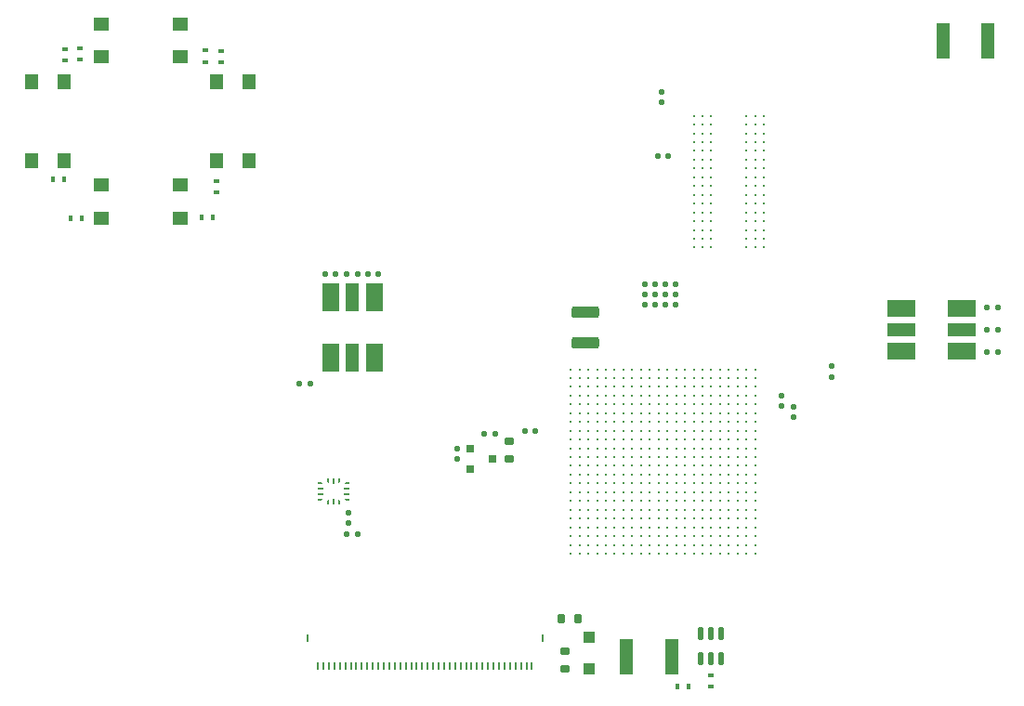
<source format=gbr>
G04 #@! TF.GenerationSoftware,KiCad,Pcbnew,8.0.6-8.0.6-0~ubuntu24.04.1*
G04 #@! TF.CreationDate,2025-03-08T10:25:42+05:30*
G04 #@! TF.ProjectId,DFTBoard,44465442-6f61-4726-942e-6b696361645f,rev?*
G04 #@! TF.SameCoordinates,Original*
G04 #@! TF.FileFunction,Paste,Top*
G04 #@! TF.FilePolarity,Positive*
%FSLAX46Y46*%
G04 Gerber Fmt 4.6, Leading zero omitted, Abs format (unit mm)*
G04 Created by KiCad (PCBNEW 8.0.6-8.0.6-0~ubuntu24.04.1) date 2025-03-08 10:25:42*
%MOMM*%
%LPD*%
G01*
G04 APERTURE LIST*
G04 Aperture macros list*
%AMRoundRect*
0 Rectangle with rounded corners*
0 $1 Rounding radius*
0 $2 $3 $4 $5 $6 $7 $8 $9 X,Y pos of 4 corners*
0 Add a 4 corners polygon primitive as box body*
4,1,4,$2,$3,$4,$5,$6,$7,$8,$9,$2,$3,0*
0 Add four circle primitives for the rounded corners*
1,1,$1+$1,$2,$3*
1,1,$1+$1,$4,$5*
1,1,$1+$1,$6,$7*
1,1,$1+$1,$8,$9*
0 Add four rect primitives between the rounded corners*
20,1,$1+$1,$2,$3,$4,$5,0*
20,1,$1+$1,$4,$5,$6,$7,0*
20,1,$1+$1,$6,$7,$8,$9,0*
20,1,$1+$1,$8,$9,$2,$3,0*%
%AMFreePoly0*
4,1,14,0.038339,0.116396,0.227152,-0.072416,0.236300,-0.092032,0.236300,-0.111565,0.232835,-0.121084,0.228132,-0.123800,-0.224065,-0.123800,-0.233584,-0.120335,-0.236300,-0.115632,-0.236300,0.111565,-0.232835,0.121084,-0.228132,0.123800,0.017999,0.123800,0.038339,0.116396,0.038339,0.116396,$1*%
%AMFreePoly1*
4,1,14,0.233584,0.120335,0.236300,0.115632,0.236300,0.094500,0.228896,0.074160,0.040083,-0.114652,0.020467,-0.123800,-0.224065,-0.123800,-0.233584,-0.120335,-0.236300,-0.115632,-0.236300,0.111565,-0.232835,0.121084,-0.228132,0.123800,0.224065,0.123800,0.233584,0.120335,0.233584,0.120335,$1*%
%AMFreePoly2*
4,1,14,0.121084,0.232835,0.123800,0.228132,0.123800,-0.224065,0.120335,-0.233584,0.115632,-0.236300,-0.111565,-0.236300,-0.121084,-0.232835,-0.123800,-0.228132,-0.123800,0.017999,-0.116396,0.038339,0.072416,0.227152,0.092033,0.236300,0.111565,0.236300,0.121084,0.232835,0.121084,0.232835,$1*%
%AMFreePoly3*
4,1,14,-0.074160,0.228896,0.114652,0.040083,0.123800,0.020467,0.123800,-0.224065,0.120335,-0.233584,0.115632,-0.236300,-0.111565,-0.236300,-0.121084,-0.232835,-0.123800,-0.228132,-0.123800,0.224065,-0.120335,0.233584,-0.115632,0.236300,-0.094501,0.236300,-0.074160,0.228896,-0.074160,0.228896,$1*%
%AMFreePoly4*
4,1,14,0.233584,0.120335,0.236300,0.115632,0.236300,-0.111565,0.232835,-0.121084,0.228132,-0.123800,-0.017999,-0.123800,-0.038339,-0.116396,-0.227152,0.072416,-0.236300,0.092032,-0.236300,0.111565,-0.232835,0.121084,-0.228132,0.123800,0.224065,0.123800,0.233584,0.120335,0.233584,0.120335,$1*%
%AMFreePoly5*
4,1,14,0.233584,0.120335,0.236300,0.115632,0.236300,-0.111565,0.232835,-0.121084,0.228132,-0.123800,-0.224065,-0.123800,-0.233584,-0.120335,-0.236300,-0.115632,-0.236300,-0.094500,-0.228896,-0.074160,-0.040083,0.114652,-0.020467,0.123800,0.224065,0.123800,0.233584,0.120335,0.233584,0.120335,$1*%
%AMFreePoly6*
4,1,14,0.121084,0.232835,0.123800,0.228132,0.123800,-0.017999,0.116396,-0.038339,-0.072416,-0.227152,-0.092033,-0.236300,-0.111565,-0.236300,-0.121084,-0.232835,-0.123800,-0.228132,-0.123800,0.224065,-0.120335,0.233584,-0.115632,0.236300,0.111565,0.236300,0.121084,0.232835,0.121084,0.232835,$1*%
%AMFreePoly7*
4,1,14,0.121084,0.232835,0.123800,0.228132,0.123800,-0.224065,0.120335,-0.233584,0.115632,-0.236300,0.094501,-0.236300,0.074160,-0.228896,-0.114652,-0.040083,-0.123800,-0.020467,-0.123800,0.224065,-0.120335,0.233584,-0.115632,0.236300,0.111565,0.236300,0.121084,0.232835,0.121084,0.232835,$1*%
G04 Aperture macros list end*
%ADD10RoundRect,0.109400X0.134400X-0.109400X0.134400X0.109400X-0.134400X0.109400X-0.134400X-0.109400X0*%
%ADD11RoundRect,0.109400X-0.109400X-0.134400X0.109400X-0.134400X0.109400X0.134400X-0.109400X0.134400X0*%
%ADD12R,0.747600X0.647600*%
%ADD13RoundRect,0.109400X-0.134400X0.109400X-0.134400X-0.109400X0.134400X-0.109400X0.134400X0.109400X0*%
%ADD14RoundRect,0.180650X0.218150X-0.180650X0.218150X0.180650X-0.218150X0.180650X-0.218150X-0.180650X0*%
%ADD15RoundRect,0.109400X0.109400X0.134400X-0.109400X0.134400X-0.109400X-0.134400X0.109400X-0.134400X0*%
%ADD16C,0.177600*%
%ADD17R,2.547620X1.546860*%
%ADD18R,2.547620X1.148080*%
%ADD19R,1.546860X2.547620*%
%ADD20R,1.148080X2.547620*%
%ADD21C,0.247600*%
%ADD22RoundRect,0.219520X-1.029280X0.329280X-1.029280X-0.329280X1.029280X-0.329280X1.029280X0.329280X0*%
%ADD23FreePoly0,0.000000*%
%ADD24RoundRect,0.061900X-0.174400X-0.061900X0.174400X-0.061900X0.174400X0.061900X-0.174400X0.061900X0*%
%ADD25RoundRect,0.056900X-0.179400X-0.056900X0.179400X-0.056900X0.179400X0.056900X-0.179400X0.056900X0*%
%ADD26FreePoly1,0.000000*%
%ADD27FreePoly2,0.000000*%
%ADD28RoundRect,0.056900X-0.056900X-0.179400X0.056900X-0.179400X0.056900X0.179400X-0.056900X0.179400X0*%
%ADD29FreePoly3,0.000000*%
%ADD30FreePoly4,0.000000*%
%ADD31FreePoly5,0.000000*%
%ADD32FreePoly6,0.000000*%
%ADD33FreePoly7,0.000000*%
%ADD34RoundRect,0.096900X0.146900X-0.096900X0.146900X0.096900X-0.146900X0.096900X-0.146900X-0.096900X0*%
%ADD35RoundRect,0.186900X0.186900X0.211900X-0.186900X0.211900X-0.186900X-0.211900X0.186900X-0.211900X0*%
%ADD36R,1.247600X1.447600*%
%ADD37RoundRect,0.222785X0.401015X1.401015X-0.401015X1.401015X-0.401015X-1.401015X0.401015X-1.401015X0*%
%ADD38RoundRect,0.096900X-0.146900X0.096900X-0.146900X-0.096900X0.146900X-0.096900X0.146900X0.096900X0*%
%ADD39R,0.147600X0.647600*%
%ADD40R,0.247600X0.647600*%
%ADD41R,1.447600X1.247600*%
%ADD42R,1.047600X1.047600*%
%ADD43RoundRect,0.096900X-0.096900X-0.146900X0.096900X-0.146900X0.096900X0.146900X-0.096900X0.146900X0*%
%ADD44RoundRect,0.096900X0.096900X0.146900X-0.096900X0.146900X-0.096900X-0.146900X0.096900X-0.146900X0*%
%ADD45RoundRect,0.186900X0.211900X-0.186900X0.211900X0.186900X-0.211900X0.186900X-0.211900X-0.186900X0*%
%ADD46RoundRect,0.111900X0.111900X-0.474400X0.111900X0.474400X-0.111900X0.474400X-0.111900X-0.474400X0*%
G04 APERTURE END LIST*
D10*
X173424134Y-133596525D03*
X173424134Y-132626525D03*
D11*
X162139134Y-110826525D03*
X163109134Y-110826525D03*
D12*
X145074134Y-137426525D03*
X145074134Y-139326525D03*
X147074134Y-138376525D03*
D10*
X174524134Y-134611525D03*
X174524134Y-133641525D03*
D13*
X143874134Y-137441525D03*
X143874134Y-138411525D03*
D11*
X146339134Y-136076525D03*
X147309134Y-136076525D03*
D14*
X148624134Y-138364025D03*
X148624134Y-136789025D03*
D15*
X161909134Y-124376525D03*
X160939134Y-124376525D03*
X163809134Y-124376525D03*
X162839134Y-124376525D03*
X161909134Y-122476525D03*
X160939134Y-122476525D03*
X163809134Y-122476525D03*
X162839134Y-122476525D03*
X161909134Y-123436525D03*
X160939134Y-123436525D03*
X163799134Y-123436525D03*
X162829134Y-123436525D03*
D16*
X171824134Y-119126525D03*
X171024134Y-119126525D03*
X170224134Y-119126525D03*
X167024134Y-119126525D03*
X166224134Y-119126525D03*
X165424134Y-119126525D03*
X171824134Y-118326525D03*
X171024134Y-118326525D03*
X170224134Y-118326525D03*
X167024134Y-118326525D03*
X166224134Y-118326525D03*
X165424134Y-118326525D03*
X171824134Y-117526525D03*
X171024134Y-117526525D03*
X170224134Y-117526525D03*
X167024134Y-117526525D03*
X166224134Y-117526525D03*
X165424134Y-117526525D03*
X171824134Y-116726525D03*
X171024134Y-116726525D03*
X170224134Y-116726525D03*
X167024134Y-116726525D03*
X166224134Y-116726525D03*
X165424134Y-116726525D03*
X171824134Y-115926525D03*
X171024134Y-115926525D03*
X170224134Y-115926525D03*
X167024134Y-115926525D03*
X166224134Y-115926525D03*
X165424134Y-115926525D03*
X171824134Y-115126525D03*
X171024134Y-115126525D03*
X170224134Y-115126525D03*
X167024134Y-115126525D03*
X166224134Y-115126525D03*
X165424134Y-115126525D03*
X171824134Y-114326525D03*
X171024134Y-114326525D03*
X170224134Y-114326525D03*
X167024134Y-114326525D03*
X166224134Y-114326525D03*
X165424134Y-114326525D03*
X171824134Y-113526525D03*
X171024134Y-113526525D03*
X170224134Y-113526525D03*
X167024134Y-113526525D03*
X166224134Y-113526525D03*
X165424134Y-113526525D03*
X171824134Y-112726525D03*
X171024134Y-112726525D03*
X170224134Y-112726525D03*
X167024134Y-112726525D03*
X166224134Y-112726525D03*
X165424134Y-112726525D03*
X171824134Y-111926525D03*
X171024134Y-111926525D03*
X170224134Y-111926525D03*
X167024134Y-111926525D03*
X166224134Y-111926525D03*
X165424134Y-111926525D03*
X171824134Y-111126525D03*
X171024134Y-111126525D03*
X170224134Y-111126525D03*
X167024134Y-111126525D03*
X166224134Y-111126525D03*
X165424134Y-111126525D03*
X171824134Y-110326525D03*
X171024134Y-110326525D03*
X170224134Y-110326525D03*
X167024134Y-110326525D03*
X166224134Y-110326525D03*
X165424134Y-110326525D03*
X171824134Y-109526525D03*
X171024134Y-109526525D03*
X170224134Y-109526525D03*
X167024134Y-109526525D03*
X166224134Y-109526525D03*
X165424134Y-109526525D03*
X171824134Y-108726525D03*
X171024134Y-108726525D03*
X170224134Y-108726525D03*
X167024134Y-108726525D03*
X166224134Y-108726525D03*
X165424134Y-108726525D03*
X171824134Y-107926525D03*
X171024134Y-107926525D03*
X170224134Y-107926525D03*
X167024134Y-107926525D03*
X166224134Y-107926525D03*
X165424134Y-107926525D03*
X171824134Y-107126525D03*
X171024134Y-107126525D03*
X170224134Y-107126525D03*
X167024134Y-107126525D03*
X166224134Y-107126525D03*
X165424134Y-107126525D03*
D15*
X130459134Y-131576525D03*
X129489134Y-131576525D03*
D13*
X178024134Y-129941525D03*
X178024134Y-130911525D03*
D15*
X193109134Y-128626525D03*
X192139134Y-128626525D03*
D17*
X189874954Y-128602645D03*
D18*
X189874954Y-126626525D03*
D17*
X189874954Y-124650405D03*
X184373314Y-124650405D03*
D18*
X184373314Y-126626525D03*
D17*
X184373314Y-128602645D03*
D15*
X193109134Y-124626525D03*
X192139134Y-124626525D03*
X151009134Y-135826525D03*
X150039134Y-135826525D03*
D11*
X135739134Y-121526525D03*
X136709134Y-121526525D03*
D19*
X136317216Y-123630190D03*
D20*
X134341096Y-123630190D03*
D19*
X132364976Y-123630190D03*
X132364976Y-129131830D03*
D20*
X134341096Y-129131830D03*
D19*
X136317216Y-129131830D03*
D15*
X132809134Y-121526525D03*
X131839134Y-121526525D03*
X134809134Y-121526525D03*
X133839134Y-121526525D03*
X193109134Y-126626525D03*
X192139134Y-126626525D03*
X134809134Y-145226525D03*
X133839134Y-145226525D03*
D21*
X171024134Y-130226525D03*
X171024134Y-131026525D03*
X171024134Y-131826525D03*
X171024134Y-132626525D03*
X171024134Y-133426525D03*
X171024134Y-134226525D03*
X171024134Y-135026525D03*
X171024134Y-135826525D03*
X171024134Y-136626525D03*
X171024134Y-137426525D03*
X171024134Y-138226525D03*
X171024134Y-139026525D03*
X171024134Y-139826525D03*
X171024134Y-140626525D03*
X171024134Y-141426525D03*
X171024134Y-142226525D03*
X171024134Y-143026525D03*
X171024134Y-143826525D03*
X171024134Y-144626525D03*
X171024134Y-145426525D03*
X171024134Y-146226525D03*
X171024134Y-147026525D03*
X155024134Y-130226525D03*
X155024134Y-131026525D03*
X155024134Y-131826525D03*
X155024134Y-132626525D03*
X155024134Y-133426525D03*
X155024134Y-134226525D03*
X155024134Y-135026525D03*
X155024134Y-135826525D03*
X155024134Y-136626525D03*
X155024134Y-137426525D03*
X155024134Y-138226525D03*
X155024134Y-139026525D03*
X155024134Y-139826525D03*
X155024134Y-140626525D03*
X155024134Y-141426525D03*
X155024134Y-142226525D03*
X155024134Y-143026525D03*
X155024134Y-143826525D03*
X155024134Y-144626525D03*
X155024134Y-145426525D03*
X155024134Y-146226525D03*
X155024134Y-147026525D03*
X154224134Y-130226525D03*
X154224134Y-131026525D03*
X154224134Y-131826525D03*
X154224134Y-132626525D03*
X154224134Y-133426525D03*
X154224134Y-134226525D03*
X154224134Y-135026525D03*
X154224134Y-135826525D03*
X154224134Y-136626525D03*
X154224134Y-137426525D03*
X154224134Y-138226525D03*
X154224134Y-139026525D03*
X154224134Y-139826525D03*
X154224134Y-140626525D03*
X154224134Y-141426525D03*
X154224134Y-142226525D03*
X154224134Y-143026525D03*
X154224134Y-143826525D03*
X154224134Y-144626525D03*
X154224134Y-145426525D03*
X154224134Y-146226525D03*
X154224134Y-147026525D03*
X170224134Y-130226525D03*
X170224134Y-131026525D03*
X170224134Y-131826525D03*
X170224134Y-132626525D03*
X170224134Y-133426525D03*
X170224134Y-134226525D03*
X170224134Y-135026525D03*
X170224134Y-135826525D03*
X170224134Y-136626525D03*
X170224134Y-137426525D03*
X170224134Y-138226525D03*
X170224134Y-139026525D03*
X170224134Y-139826525D03*
X170224134Y-140626525D03*
X170224134Y-141426525D03*
X170224134Y-142226525D03*
X170224134Y-143026525D03*
X170224134Y-143826525D03*
X170224134Y-144626525D03*
X170224134Y-145426525D03*
X170224134Y-146226525D03*
X170224134Y-147026525D03*
X169424134Y-130226525D03*
X169424134Y-131026525D03*
X169424134Y-131826525D03*
X169424134Y-132626525D03*
X169424134Y-133426525D03*
X169424134Y-134226525D03*
X169424134Y-135026525D03*
X169424134Y-135826525D03*
X169424134Y-136626525D03*
X169424134Y-137426525D03*
X169424134Y-138226525D03*
X169424134Y-139026525D03*
X169424134Y-139826525D03*
X169424134Y-140626525D03*
X169424134Y-141426525D03*
X169424134Y-142226525D03*
X169424134Y-143026525D03*
X169424134Y-143826525D03*
X169424134Y-144626525D03*
X169424134Y-145426525D03*
X169424134Y-146226525D03*
X169424134Y-147026525D03*
X168624134Y-130226525D03*
X168624134Y-131026525D03*
X168624134Y-131826525D03*
X168624134Y-132626525D03*
X168624134Y-133426525D03*
X168624134Y-134226525D03*
X168624134Y-135026525D03*
X168624134Y-135826525D03*
X168624134Y-136626525D03*
X168624134Y-137426525D03*
X168624134Y-138226525D03*
X168624134Y-139026525D03*
X168624134Y-139826525D03*
X168624134Y-140626525D03*
X168624134Y-141426525D03*
X168624134Y-142226525D03*
X168624134Y-143026525D03*
X168624134Y-143826525D03*
X168624134Y-144626525D03*
X168624134Y-145426525D03*
X168624134Y-146226525D03*
X168624134Y-147026525D03*
X167824134Y-130226525D03*
X167824134Y-131026525D03*
X167824134Y-131826525D03*
X167824134Y-132626525D03*
X167824134Y-133426525D03*
X167824134Y-134226525D03*
X167824134Y-135026525D03*
X167824134Y-135826525D03*
X167824134Y-136626525D03*
X167824134Y-137426525D03*
X167824134Y-138226525D03*
X167824134Y-139026525D03*
X167824134Y-139826525D03*
X167824134Y-140626525D03*
X167824134Y-141426525D03*
X167824134Y-142226525D03*
X167824134Y-143026525D03*
X167824134Y-143826525D03*
X167824134Y-144626525D03*
X167824134Y-145426525D03*
X167824134Y-146226525D03*
X167824134Y-147026525D03*
X167024134Y-130226525D03*
X167024134Y-131026525D03*
X167024134Y-131826525D03*
X167024134Y-132626525D03*
X167024134Y-133426525D03*
X167024134Y-134226525D03*
X167024134Y-135026525D03*
X167024134Y-135826525D03*
X167024134Y-136626525D03*
X167024134Y-137426525D03*
X167024134Y-138226525D03*
X167024134Y-139026525D03*
X167024134Y-139826525D03*
X167024134Y-140626525D03*
X167024134Y-141426525D03*
X167024134Y-142226525D03*
X167024134Y-143026525D03*
X167024134Y-143826525D03*
X167024134Y-144626525D03*
X167024134Y-145426525D03*
X167024134Y-146226525D03*
X167024134Y-147026525D03*
X166224134Y-130226525D03*
X166224134Y-131026525D03*
X166224134Y-131826525D03*
X166224134Y-132626525D03*
X166224134Y-133426525D03*
X166224134Y-134226525D03*
X166224134Y-135026525D03*
X166224134Y-135826525D03*
X166224134Y-136626525D03*
X166224134Y-137426525D03*
X166224134Y-138226525D03*
X166224134Y-139026525D03*
X166224134Y-139826525D03*
X166224134Y-140626525D03*
X166224134Y-141426525D03*
X166224134Y-142226525D03*
X166224134Y-143026525D03*
X166224134Y-143826525D03*
X166224134Y-144626525D03*
X166224134Y-145426525D03*
X166224134Y-146226525D03*
X166224134Y-147026525D03*
X165424134Y-130226525D03*
X165424134Y-131026525D03*
X165424134Y-131826525D03*
X165424134Y-132626525D03*
X165424134Y-133426525D03*
X165424134Y-134226525D03*
X165424134Y-135026525D03*
X165424134Y-135826525D03*
X165424134Y-136626525D03*
X165424134Y-137426525D03*
X165424134Y-138226525D03*
X165424134Y-139026525D03*
X165424134Y-139826525D03*
X165424134Y-140626525D03*
X165424134Y-141426525D03*
X165424134Y-142226525D03*
X165424134Y-143026525D03*
X165424134Y-143826525D03*
X165424134Y-144626525D03*
X165424134Y-145426525D03*
X165424134Y-146226525D03*
X165424134Y-147026525D03*
X164624134Y-130226525D03*
X164624134Y-131026525D03*
X164624134Y-131826525D03*
X164624134Y-132626525D03*
X164624134Y-133426525D03*
X164624134Y-134226525D03*
X164624134Y-135026525D03*
X164624134Y-135826525D03*
X164624134Y-136626525D03*
X164624134Y-137426525D03*
X164624134Y-138226525D03*
X164624134Y-139026525D03*
X164624134Y-139826525D03*
X164624134Y-140626525D03*
X164624134Y-141426525D03*
X164624134Y-142226525D03*
X164624134Y-143026525D03*
X164624134Y-143826525D03*
X164624134Y-144626525D03*
X164624134Y-145426525D03*
X164624134Y-146226525D03*
X164624134Y-147026525D03*
X163824134Y-130226525D03*
X163824134Y-131026525D03*
X163824134Y-131826525D03*
X163824134Y-132626525D03*
X163824134Y-133426525D03*
X163824134Y-134226525D03*
X163824134Y-135026525D03*
X163824134Y-135826525D03*
X163824134Y-136626525D03*
X163824134Y-137426525D03*
X163824134Y-138226525D03*
X163824134Y-139026525D03*
X163824134Y-139826525D03*
X163824134Y-140626525D03*
X163824134Y-141426525D03*
X163824134Y-142226525D03*
X163824134Y-143026525D03*
X163824134Y-143826525D03*
X163824134Y-144626525D03*
X163824134Y-145426525D03*
X163824134Y-146226525D03*
X163824134Y-147026525D03*
X163024134Y-130226525D03*
X163024134Y-131026525D03*
X163024134Y-131826525D03*
X163024134Y-132626525D03*
X163024134Y-133426525D03*
X163024134Y-134226525D03*
X163024134Y-135026525D03*
X163024134Y-135826525D03*
X163024134Y-136626525D03*
X163024134Y-137426525D03*
X163024134Y-138226525D03*
X163024134Y-139026525D03*
X163024134Y-139826525D03*
X163024134Y-140626525D03*
X163024134Y-141426525D03*
X163024134Y-142226525D03*
X163024134Y-143026525D03*
X163024134Y-143826525D03*
X163024134Y-144626525D03*
X163024134Y-145426525D03*
X163024134Y-146226525D03*
X163024134Y-147026525D03*
X162224134Y-130226525D03*
X162224134Y-131026525D03*
X162224134Y-131826525D03*
X162224134Y-132626525D03*
X162224134Y-133426525D03*
X162224134Y-134226525D03*
X162224134Y-135026525D03*
X162224134Y-135826525D03*
X162224134Y-136626525D03*
X162224134Y-137426525D03*
X162224134Y-138226525D03*
X162224134Y-139026525D03*
X162224134Y-139826525D03*
X162224134Y-140626525D03*
X162224134Y-141426525D03*
X162224134Y-142226525D03*
X162224134Y-143026525D03*
X162224134Y-143826525D03*
X162224134Y-144626525D03*
X162224134Y-145426525D03*
X162224134Y-146226525D03*
X162224134Y-147026525D03*
X161424134Y-130226525D03*
X161424134Y-131026525D03*
X161424134Y-131826525D03*
X161424134Y-132626525D03*
X161424134Y-133426525D03*
X161424134Y-134226525D03*
X161424134Y-135026525D03*
X161424134Y-135826525D03*
X161424134Y-136626525D03*
X161424134Y-137426525D03*
X161424134Y-138226525D03*
X161424134Y-139026525D03*
X161424134Y-139826525D03*
X161424134Y-140626525D03*
X161424134Y-141426525D03*
X161424134Y-142226525D03*
X161424134Y-143026525D03*
X161424134Y-143826525D03*
X161424134Y-144626525D03*
X161424134Y-145426525D03*
X161424134Y-146226525D03*
X161424134Y-147026525D03*
X160624134Y-130226525D03*
X160624134Y-131026525D03*
X160624134Y-131826525D03*
X160624134Y-132626525D03*
X160624134Y-133426525D03*
X160624134Y-134226525D03*
X160624134Y-135026525D03*
X160624134Y-135826525D03*
X160624134Y-136626525D03*
X160624134Y-137426525D03*
X160624134Y-138226525D03*
X160624134Y-139026525D03*
X160624134Y-139826525D03*
X160624134Y-140626525D03*
X160624134Y-141426525D03*
X160624134Y-142226525D03*
X160624134Y-143026525D03*
X160624134Y-143826525D03*
X160624134Y-144626525D03*
X160624134Y-145426525D03*
X160624134Y-146226525D03*
X160624134Y-147026525D03*
X159824134Y-130226525D03*
X159824134Y-131026525D03*
X159824134Y-131826525D03*
X159824134Y-132626525D03*
X159824134Y-133426525D03*
X159824134Y-134226525D03*
X159824134Y-135026525D03*
X159824134Y-135826525D03*
X159824134Y-136626525D03*
X159824134Y-137426525D03*
X159824134Y-138226525D03*
X159824134Y-139026525D03*
X159824134Y-139826525D03*
X159824134Y-140626525D03*
X159824134Y-141426525D03*
X159824134Y-142226525D03*
X159824134Y-143026525D03*
X159824134Y-143826525D03*
X159824134Y-144626525D03*
X159824134Y-145426525D03*
X159824134Y-146226525D03*
X159824134Y-147026525D03*
X159024134Y-130226525D03*
X159024134Y-131026525D03*
X159024134Y-131826525D03*
X159024134Y-132626525D03*
X159024134Y-133426525D03*
X159024134Y-134226525D03*
X159024134Y-135026525D03*
X159024134Y-135826525D03*
X159024134Y-136626525D03*
X159024134Y-137426525D03*
X159024134Y-138226525D03*
X159024134Y-139026525D03*
X159024134Y-139826525D03*
X159024134Y-140626525D03*
X159024134Y-141426525D03*
X159024134Y-142226525D03*
X159024134Y-143026525D03*
X159024134Y-143826525D03*
X159024134Y-144626525D03*
X159024134Y-145426525D03*
X159024134Y-146226525D03*
X159024134Y-147026525D03*
X158224134Y-130226525D03*
X158224134Y-131026525D03*
X158224134Y-131826525D03*
X158224134Y-132626525D03*
X158224134Y-133426525D03*
X158224134Y-134226525D03*
X158224134Y-135026525D03*
X158224134Y-135826525D03*
X158224134Y-136626525D03*
X158224134Y-137426525D03*
X158224134Y-138226525D03*
X158224134Y-139026525D03*
X158224134Y-139826525D03*
X158224134Y-140626525D03*
X158224134Y-141426525D03*
X158224134Y-142226525D03*
X158224134Y-143026525D03*
X158224134Y-143826525D03*
X158224134Y-144626525D03*
X158224134Y-145426525D03*
X158224134Y-146226525D03*
X158224134Y-147026525D03*
X157424134Y-130226525D03*
X157424134Y-131026525D03*
X157424134Y-131826525D03*
X157424134Y-132626525D03*
X157424134Y-133426525D03*
X157424134Y-134226525D03*
X157424134Y-135026525D03*
X157424134Y-135826525D03*
X157424134Y-136626525D03*
X157424134Y-137426525D03*
X157424134Y-138226525D03*
X157424134Y-139026525D03*
X157424134Y-139826525D03*
X157424134Y-140626525D03*
X157424134Y-141426525D03*
X157424134Y-142226525D03*
X157424134Y-143026525D03*
X157424134Y-143826525D03*
X157424134Y-144626525D03*
X157424134Y-145426525D03*
X157424134Y-146226525D03*
X157424134Y-147026525D03*
X156624134Y-130226525D03*
X156624134Y-131026525D03*
X156624134Y-131826525D03*
X156624134Y-132626525D03*
X156624134Y-133426525D03*
X156624134Y-134226525D03*
X156624134Y-135026525D03*
X156624134Y-135826525D03*
X156624134Y-136626525D03*
X156624134Y-137426525D03*
X156624134Y-138226525D03*
X156624134Y-139026525D03*
X156624134Y-139826525D03*
X156624134Y-140626525D03*
X156624134Y-141426525D03*
X156624134Y-142226525D03*
X156624134Y-143026525D03*
X156624134Y-143826525D03*
X156624134Y-144626525D03*
X156624134Y-145426525D03*
X156624134Y-146226525D03*
X156624134Y-147026525D03*
X155824134Y-130226525D03*
X155824134Y-131026525D03*
X155824134Y-131826525D03*
X155824134Y-132626525D03*
X155824134Y-133426525D03*
X155824134Y-134226525D03*
X155824134Y-135026525D03*
X155824134Y-135826525D03*
X155824134Y-136626525D03*
X155824134Y-137426525D03*
X155824134Y-138226525D03*
X155824134Y-139026525D03*
X155824134Y-139826525D03*
X155824134Y-140626525D03*
X155824134Y-141426525D03*
X155824134Y-142226525D03*
X155824134Y-143026525D03*
X155824134Y-143826525D03*
X155824134Y-144626525D03*
X155824134Y-145426525D03*
X155824134Y-146226525D03*
X155824134Y-147026525D03*
D22*
X155524134Y-125026525D03*
X155524134Y-127826525D03*
D13*
X133940000Y-143300000D03*
X133940000Y-144270000D03*
D23*
X131436635Y-140601526D03*
D24*
X131436635Y-141101526D03*
D25*
X131436635Y-141601526D03*
D26*
X131436635Y-142101526D03*
D27*
X132099135Y-142264026D03*
D28*
X132599135Y-142264026D03*
D29*
X133099135Y-142264026D03*
D30*
X133761635Y-142101526D03*
D25*
X133761635Y-141601526D03*
X133761635Y-141111526D03*
D31*
X133761635Y-140601526D03*
D32*
X133099135Y-140439026D03*
D28*
X132599135Y-140439026D03*
D33*
X132099135Y-140439026D03*
D10*
X162524134Y-105911525D03*
X162524134Y-104941525D03*
D34*
X121904134Y-114120000D03*
X121904134Y-113100000D03*
D35*
X154895000Y-152940000D03*
X153345000Y-152940000D03*
D36*
X124914134Y-103990000D03*
X124914134Y-111190000D03*
X121914134Y-103990000D03*
X121914134Y-111190000D03*
D37*
X163390000Y-156450000D03*
X159290000Y-156450000D03*
D38*
X120904134Y-101180000D03*
X120904134Y-102200000D03*
D39*
X150685000Y-157250000D03*
X150185000Y-157250000D03*
X149685000Y-157250000D03*
X149185000Y-157250000D03*
X148685000Y-157250000D03*
X148185000Y-157250000D03*
X147685000Y-157250000D03*
X147185000Y-157250000D03*
X146685000Y-157250000D03*
X146185000Y-157250000D03*
X145685000Y-157250000D03*
X145185000Y-157250000D03*
X144685000Y-157250000D03*
X144185000Y-157250000D03*
X143685000Y-157250000D03*
X143185000Y-157250000D03*
X142685000Y-157250000D03*
X142185000Y-157250000D03*
X141685000Y-157250000D03*
X141185000Y-157250000D03*
X140685000Y-157250000D03*
X140185000Y-157250000D03*
X139685000Y-157250000D03*
X139185000Y-157250000D03*
X138685000Y-157250000D03*
X138185000Y-157250000D03*
X137685000Y-157250000D03*
X137185000Y-157250000D03*
X136685000Y-157250000D03*
X136185000Y-157250000D03*
X135685000Y-157250000D03*
X135185000Y-157250000D03*
X134685000Y-157250000D03*
X134185000Y-157250000D03*
X133685000Y-157250000D03*
X133185000Y-157250000D03*
X132685000Y-157250000D03*
X132185000Y-157250000D03*
X131685000Y-157250000D03*
X131185000Y-157250000D03*
D40*
X151635000Y-154750000D03*
X130235000Y-154750000D03*
D37*
X192230000Y-100290000D03*
X188130000Y-100290000D03*
D41*
X111454134Y-113460000D03*
X118654134Y-113460000D03*
X111454134Y-116460000D03*
X118654134Y-116460000D03*
D42*
X155890000Y-157490000D03*
X155890000Y-154690000D03*
D43*
X107014134Y-112940000D03*
X108034134Y-112940000D03*
D44*
X121644134Y-116400000D03*
X120624134Y-116400000D03*
D43*
X163970000Y-159140000D03*
X164990000Y-159140000D03*
D34*
X167000000Y-159120000D03*
X167000000Y-158100000D03*
D45*
X153665000Y-157490000D03*
X153665000Y-155940000D03*
D36*
X105064134Y-111190000D03*
X105064134Y-103990000D03*
X108064134Y-111190000D03*
X108064134Y-103990000D03*
D46*
X166047500Y-156587500D03*
X166997500Y-156587500D03*
X167947500Y-156587500D03*
X167947500Y-154312500D03*
X166997500Y-154312500D03*
X166047500Y-154312500D03*
D34*
X108164134Y-102100000D03*
X108164134Y-101080000D03*
D44*
X109654134Y-116470000D03*
X108634134Y-116470000D03*
D41*
X111444134Y-98750000D03*
X118644134Y-98750000D03*
X111444134Y-101750000D03*
X118644134Y-101750000D03*
D34*
X122344134Y-102220000D03*
X122344134Y-101200000D03*
D38*
X109464134Y-100990000D03*
X109464134Y-102010000D03*
M02*

</source>
